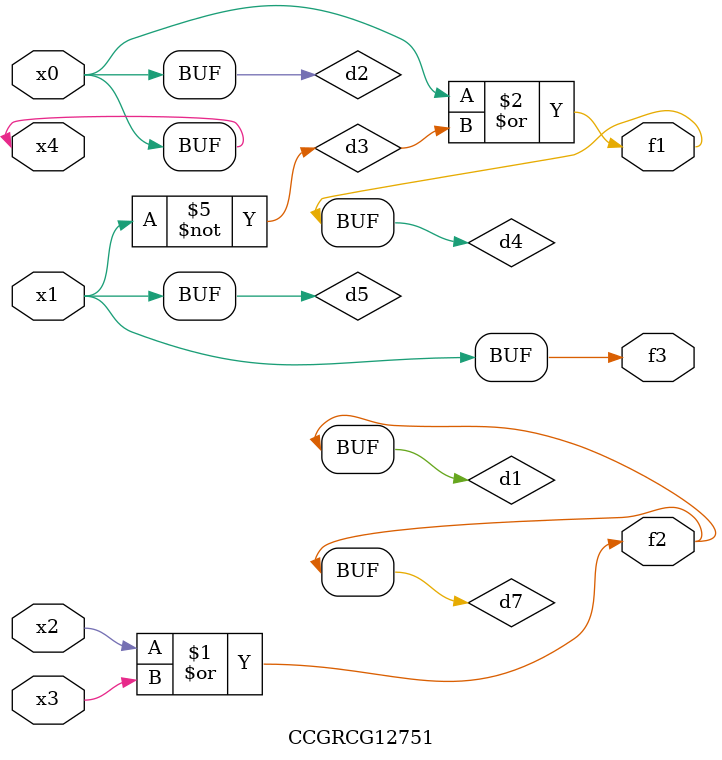
<source format=v>
module CCGRCG12751(
	input x0, x1, x2, x3, x4,
	output f1, f2, f3
);

	wire d1, d2, d3, d4, d5, d6, d7;

	or (d1, x2, x3);
	buf (d2, x0, x4);
	not (d3, x1);
	or (d4, d2, d3);
	not (d5, d3);
	nand (d6, d1, d3);
	or (d7, d1);
	assign f1 = d4;
	assign f2 = d7;
	assign f3 = d5;
endmodule

</source>
